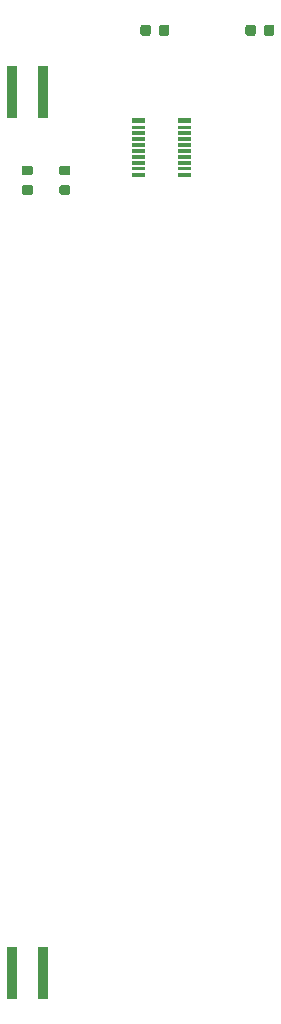
<source format=gbr>
G04 #@! TF.GenerationSoftware,KiCad,Pcbnew,(5.1.5)-3*
G04 #@! TF.CreationDate,2021-11-03T13:02:22+09:00*
G04 #@! TF.ProjectId,control_boad_2021-2,636f6e74-726f-46c5-9f62-6f61645f3230,rev?*
G04 #@! TF.SameCoordinates,Original*
G04 #@! TF.FileFunction,Paste,Top*
G04 #@! TF.FilePolarity,Positive*
%FSLAX46Y46*%
G04 Gerber Fmt 4.6, Leading zero omitted, Abs format (unit mm)*
G04 Created by KiCad (PCBNEW (5.1.5)-3) date 2021-11-03 13:02:22*
%MOMM*%
%LPD*%
G04 APERTURE LIST*
%ADD10R,0.900000X4.500000*%
%ADD11C,0.100000*%
G04 APERTURE END LIST*
D10*
X109250000Y-63050000D03*
X106650000Y-63050000D03*
D11*
G36*
X111419603Y-70910963D02*
G01*
X111439018Y-70913843D01*
X111458057Y-70918612D01*
X111476537Y-70925224D01*
X111494279Y-70933616D01*
X111511114Y-70943706D01*
X111526879Y-70955398D01*
X111541421Y-70968579D01*
X111554602Y-70983121D01*
X111566294Y-70998886D01*
X111576384Y-71015721D01*
X111584776Y-71033463D01*
X111591388Y-71051943D01*
X111596157Y-71070982D01*
X111599037Y-71090397D01*
X111600000Y-71110000D01*
X111600000Y-71510000D01*
X111599037Y-71529603D01*
X111596157Y-71549018D01*
X111591388Y-71568057D01*
X111584776Y-71586537D01*
X111576384Y-71604279D01*
X111566294Y-71621114D01*
X111554602Y-71636879D01*
X111541421Y-71651421D01*
X111526879Y-71664602D01*
X111511114Y-71676294D01*
X111494279Y-71686384D01*
X111476537Y-71694776D01*
X111458057Y-71701388D01*
X111439018Y-71706157D01*
X111419603Y-71709037D01*
X111400000Y-71710000D01*
X110850000Y-71710000D01*
X110830397Y-71709037D01*
X110810982Y-71706157D01*
X110791943Y-71701388D01*
X110773463Y-71694776D01*
X110755721Y-71686384D01*
X110738886Y-71676294D01*
X110723121Y-71664602D01*
X110708579Y-71651421D01*
X110695398Y-71636879D01*
X110683706Y-71621114D01*
X110673616Y-71604279D01*
X110665224Y-71586537D01*
X110658612Y-71568057D01*
X110653843Y-71549018D01*
X110650963Y-71529603D01*
X110650000Y-71510000D01*
X110650000Y-71110000D01*
X110650963Y-71090397D01*
X110653843Y-71070982D01*
X110658612Y-71051943D01*
X110665224Y-71033463D01*
X110673616Y-71015721D01*
X110683706Y-70998886D01*
X110695398Y-70983121D01*
X110708579Y-70968579D01*
X110723121Y-70955398D01*
X110738886Y-70943706D01*
X110755721Y-70933616D01*
X110773463Y-70925224D01*
X110791943Y-70918612D01*
X110810982Y-70913843D01*
X110830397Y-70910963D01*
X110850000Y-70910000D01*
X111400000Y-70910000D01*
X111419603Y-70910963D01*
G37*
G36*
X111419603Y-69260963D02*
G01*
X111439018Y-69263843D01*
X111458057Y-69268612D01*
X111476537Y-69275224D01*
X111494279Y-69283616D01*
X111511114Y-69293706D01*
X111526879Y-69305398D01*
X111541421Y-69318579D01*
X111554602Y-69333121D01*
X111566294Y-69348886D01*
X111576384Y-69365721D01*
X111584776Y-69383463D01*
X111591388Y-69401943D01*
X111596157Y-69420982D01*
X111599037Y-69440397D01*
X111600000Y-69460000D01*
X111600000Y-69860000D01*
X111599037Y-69879603D01*
X111596157Y-69899018D01*
X111591388Y-69918057D01*
X111584776Y-69936537D01*
X111576384Y-69954279D01*
X111566294Y-69971114D01*
X111554602Y-69986879D01*
X111541421Y-70001421D01*
X111526879Y-70014602D01*
X111511114Y-70026294D01*
X111494279Y-70036384D01*
X111476537Y-70044776D01*
X111458057Y-70051388D01*
X111439018Y-70056157D01*
X111419603Y-70059037D01*
X111400000Y-70060000D01*
X110850000Y-70060000D01*
X110830397Y-70059037D01*
X110810982Y-70056157D01*
X110791943Y-70051388D01*
X110773463Y-70044776D01*
X110755721Y-70036384D01*
X110738886Y-70026294D01*
X110723121Y-70014602D01*
X110708579Y-70001421D01*
X110695398Y-69986879D01*
X110683706Y-69971114D01*
X110673616Y-69954279D01*
X110665224Y-69936537D01*
X110658612Y-69918057D01*
X110653843Y-69899018D01*
X110650963Y-69879603D01*
X110650000Y-69860000D01*
X110650000Y-69460000D01*
X110650963Y-69440397D01*
X110653843Y-69420982D01*
X110658612Y-69401943D01*
X110665224Y-69383463D01*
X110673616Y-69365721D01*
X110683706Y-69348886D01*
X110695398Y-69333121D01*
X110708579Y-69318579D01*
X110723121Y-69305398D01*
X110738886Y-69293706D01*
X110755721Y-69283616D01*
X110773463Y-69275224D01*
X110791943Y-69268612D01*
X110810982Y-69263843D01*
X110830397Y-69260963D01*
X110850000Y-69260000D01*
X111400000Y-69260000D01*
X111419603Y-69260963D01*
G37*
G36*
X108244603Y-70910963D02*
G01*
X108264018Y-70913843D01*
X108283057Y-70918612D01*
X108301537Y-70925224D01*
X108319279Y-70933616D01*
X108336114Y-70943706D01*
X108351879Y-70955398D01*
X108366421Y-70968579D01*
X108379602Y-70983121D01*
X108391294Y-70998886D01*
X108401384Y-71015721D01*
X108409776Y-71033463D01*
X108416388Y-71051943D01*
X108421157Y-71070982D01*
X108424037Y-71090397D01*
X108425000Y-71110000D01*
X108425000Y-71510000D01*
X108424037Y-71529603D01*
X108421157Y-71549018D01*
X108416388Y-71568057D01*
X108409776Y-71586537D01*
X108401384Y-71604279D01*
X108391294Y-71621114D01*
X108379602Y-71636879D01*
X108366421Y-71651421D01*
X108351879Y-71664602D01*
X108336114Y-71676294D01*
X108319279Y-71686384D01*
X108301537Y-71694776D01*
X108283057Y-71701388D01*
X108264018Y-71706157D01*
X108244603Y-71709037D01*
X108225000Y-71710000D01*
X107675000Y-71710000D01*
X107655397Y-71709037D01*
X107635982Y-71706157D01*
X107616943Y-71701388D01*
X107598463Y-71694776D01*
X107580721Y-71686384D01*
X107563886Y-71676294D01*
X107548121Y-71664602D01*
X107533579Y-71651421D01*
X107520398Y-71636879D01*
X107508706Y-71621114D01*
X107498616Y-71604279D01*
X107490224Y-71586537D01*
X107483612Y-71568057D01*
X107478843Y-71549018D01*
X107475963Y-71529603D01*
X107475000Y-71510000D01*
X107475000Y-71110000D01*
X107475963Y-71090397D01*
X107478843Y-71070982D01*
X107483612Y-71051943D01*
X107490224Y-71033463D01*
X107498616Y-71015721D01*
X107508706Y-70998886D01*
X107520398Y-70983121D01*
X107533579Y-70968579D01*
X107548121Y-70955398D01*
X107563886Y-70943706D01*
X107580721Y-70933616D01*
X107598463Y-70925224D01*
X107616943Y-70918612D01*
X107635982Y-70913843D01*
X107655397Y-70910963D01*
X107675000Y-70910000D01*
X108225000Y-70910000D01*
X108244603Y-70910963D01*
G37*
G36*
X108244603Y-69260963D02*
G01*
X108264018Y-69263843D01*
X108283057Y-69268612D01*
X108301537Y-69275224D01*
X108319279Y-69283616D01*
X108336114Y-69293706D01*
X108351879Y-69305398D01*
X108366421Y-69318579D01*
X108379602Y-69333121D01*
X108391294Y-69348886D01*
X108401384Y-69365721D01*
X108409776Y-69383463D01*
X108416388Y-69401943D01*
X108421157Y-69420982D01*
X108424037Y-69440397D01*
X108425000Y-69460000D01*
X108425000Y-69860000D01*
X108424037Y-69879603D01*
X108421157Y-69899018D01*
X108416388Y-69918057D01*
X108409776Y-69936537D01*
X108401384Y-69954279D01*
X108391294Y-69971114D01*
X108379602Y-69986879D01*
X108366421Y-70001421D01*
X108351879Y-70014602D01*
X108336114Y-70026294D01*
X108319279Y-70036384D01*
X108301537Y-70044776D01*
X108283057Y-70051388D01*
X108264018Y-70056157D01*
X108244603Y-70059037D01*
X108225000Y-70060000D01*
X107675000Y-70060000D01*
X107655397Y-70059037D01*
X107635982Y-70056157D01*
X107616943Y-70051388D01*
X107598463Y-70044776D01*
X107580721Y-70036384D01*
X107563886Y-70026294D01*
X107548121Y-70014602D01*
X107533579Y-70001421D01*
X107520398Y-69986879D01*
X107508706Y-69971114D01*
X107498616Y-69954279D01*
X107490224Y-69936537D01*
X107483612Y-69918057D01*
X107478843Y-69899018D01*
X107475963Y-69879603D01*
X107475000Y-69860000D01*
X107475000Y-69460000D01*
X107475963Y-69440397D01*
X107478843Y-69420982D01*
X107483612Y-69401943D01*
X107490224Y-69383463D01*
X107498616Y-69365721D01*
X107508706Y-69348886D01*
X107520398Y-69333121D01*
X107533579Y-69318579D01*
X107548121Y-69305398D01*
X107563886Y-69293706D01*
X107580721Y-69283616D01*
X107598463Y-69275224D01*
X107616943Y-69268612D01*
X107635982Y-69263843D01*
X107655397Y-69260963D01*
X107675000Y-69260000D01*
X108225000Y-69260000D01*
X108244603Y-69260963D01*
G37*
G36*
X127087691Y-57311053D02*
G01*
X127108926Y-57314203D01*
X127129750Y-57319419D01*
X127149962Y-57326651D01*
X127169368Y-57335830D01*
X127187781Y-57346866D01*
X127205024Y-57359654D01*
X127220930Y-57374070D01*
X127235346Y-57389976D01*
X127248134Y-57407219D01*
X127259170Y-57425632D01*
X127268349Y-57445038D01*
X127275581Y-57465250D01*
X127280797Y-57486074D01*
X127283947Y-57507309D01*
X127285000Y-57528750D01*
X127285000Y-58041250D01*
X127283947Y-58062691D01*
X127280797Y-58083926D01*
X127275581Y-58104750D01*
X127268349Y-58124962D01*
X127259170Y-58144368D01*
X127248134Y-58162781D01*
X127235346Y-58180024D01*
X127220930Y-58195930D01*
X127205024Y-58210346D01*
X127187781Y-58223134D01*
X127169368Y-58234170D01*
X127149962Y-58243349D01*
X127129750Y-58250581D01*
X127108926Y-58255797D01*
X127087691Y-58258947D01*
X127066250Y-58260000D01*
X126628750Y-58260000D01*
X126607309Y-58258947D01*
X126586074Y-58255797D01*
X126565250Y-58250581D01*
X126545038Y-58243349D01*
X126525632Y-58234170D01*
X126507219Y-58223134D01*
X126489976Y-58210346D01*
X126474070Y-58195930D01*
X126459654Y-58180024D01*
X126446866Y-58162781D01*
X126435830Y-58144368D01*
X126426651Y-58124962D01*
X126419419Y-58104750D01*
X126414203Y-58083926D01*
X126411053Y-58062691D01*
X126410000Y-58041250D01*
X126410000Y-57528750D01*
X126411053Y-57507309D01*
X126414203Y-57486074D01*
X126419419Y-57465250D01*
X126426651Y-57445038D01*
X126435830Y-57425632D01*
X126446866Y-57407219D01*
X126459654Y-57389976D01*
X126474070Y-57374070D01*
X126489976Y-57359654D01*
X126507219Y-57346866D01*
X126525632Y-57335830D01*
X126545038Y-57326651D01*
X126565250Y-57319419D01*
X126586074Y-57314203D01*
X126607309Y-57311053D01*
X126628750Y-57310000D01*
X127066250Y-57310000D01*
X127087691Y-57311053D01*
G37*
G36*
X128662691Y-57311053D02*
G01*
X128683926Y-57314203D01*
X128704750Y-57319419D01*
X128724962Y-57326651D01*
X128744368Y-57335830D01*
X128762781Y-57346866D01*
X128780024Y-57359654D01*
X128795930Y-57374070D01*
X128810346Y-57389976D01*
X128823134Y-57407219D01*
X128834170Y-57425632D01*
X128843349Y-57445038D01*
X128850581Y-57465250D01*
X128855797Y-57486074D01*
X128858947Y-57507309D01*
X128860000Y-57528750D01*
X128860000Y-58041250D01*
X128858947Y-58062691D01*
X128855797Y-58083926D01*
X128850581Y-58104750D01*
X128843349Y-58124962D01*
X128834170Y-58144368D01*
X128823134Y-58162781D01*
X128810346Y-58180024D01*
X128795930Y-58195930D01*
X128780024Y-58210346D01*
X128762781Y-58223134D01*
X128744368Y-58234170D01*
X128724962Y-58243349D01*
X128704750Y-58250581D01*
X128683926Y-58255797D01*
X128662691Y-58258947D01*
X128641250Y-58260000D01*
X128203750Y-58260000D01*
X128182309Y-58258947D01*
X128161074Y-58255797D01*
X128140250Y-58250581D01*
X128120038Y-58243349D01*
X128100632Y-58234170D01*
X128082219Y-58223134D01*
X128064976Y-58210346D01*
X128049070Y-58195930D01*
X128034654Y-58180024D01*
X128021866Y-58162781D01*
X128010830Y-58144368D01*
X128001651Y-58124962D01*
X127994419Y-58104750D01*
X127989203Y-58083926D01*
X127986053Y-58062691D01*
X127985000Y-58041250D01*
X127985000Y-57528750D01*
X127986053Y-57507309D01*
X127989203Y-57486074D01*
X127994419Y-57465250D01*
X128001651Y-57445038D01*
X128010830Y-57425632D01*
X128021866Y-57407219D01*
X128034654Y-57389976D01*
X128049070Y-57374070D01*
X128064976Y-57359654D01*
X128082219Y-57346866D01*
X128100632Y-57335830D01*
X128120038Y-57326651D01*
X128140250Y-57319419D01*
X128161074Y-57314203D01*
X128182309Y-57311053D01*
X128203750Y-57310000D01*
X128641250Y-57310000D01*
X128662691Y-57311053D01*
G37*
G36*
X118197691Y-57311053D02*
G01*
X118218926Y-57314203D01*
X118239750Y-57319419D01*
X118259962Y-57326651D01*
X118279368Y-57335830D01*
X118297781Y-57346866D01*
X118315024Y-57359654D01*
X118330930Y-57374070D01*
X118345346Y-57389976D01*
X118358134Y-57407219D01*
X118369170Y-57425632D01*
X118378349Y-57445038D01*
X118385581Y-57465250D01*
X118390797Y-57486074D01*
X118393947Y-57507309D01*
X118395000Y-57528750D01*
X118395000Y-58041250D01*
X118393947Y-58062691D01*
X118390797Y-58083926D01*
X118385581Y-58104750D01*
X118378349Y-58124962D01*
X118369170Y-58144368D01*
X118358134Y-58162781D01*
X118345346Y-58180024D01*
X118330930Y-58195930D01*
X118315024Y-58210346D01*
X118297781Y-58223134D01*
X118279368Y-58234170D01*
X118259962Y-58243349D01*
X118239750Y-58250581D01*
X118218926Y-58255797D01*
X118197691Y-58258947D01*
X118176250Y-58260000D01*
X117738750Y-58260000D01*
X117717309Y-58258947D01*
X117696074Y-58255797D01*
X117675250Y-58250581D01*
X117655038Y-58243349D01*
X117635632Y-58234170D01*
X117617219Y-58223134D01*
X117599976Y-58210346D01*
X117584070Y-58195930D01*
X117569654Y-58180024D01*
X117556866Y-58162781D01*
X117545830Y-58144368D01*
X117536651Y-58124962D01*
X117529419Y-58104750D01*
X117524203Y-58083926D01*
X117521053Y-58062691D01*
X117520000Y-58041250D01*
X117520000Y-57528750D01*
X117521053Y-57507309D01*
X117524203Y-57486074D01*
X117529419Y-57465250D01*
X117536651Y-57445038D01*
X117545830Y-57425632D01*
X117556866Y-57407219D01*
X117569654Y-57389976D01*
X117584070Y-57374070D01*
X117599976Y-57359654D01*
X117617219Y-57346866D01*
X117635632Y-57335830D01*
X117655038Y-57326651D01*
X117675250Y-57319419D01*
X117696074Y-57314203D01*
X117717309Y-57311053D01*
X117738750Y-57310000D01*
X118176250Y-57310000D01*
X118197691Y-57311053D01*
G37*
G36*
X119772691Y-57311053D02*
G01*
X119793926Y-57314203D01*
X119814750Y-57319419D01*
X119834962Y-57326651D01*
X119854368Y-57335830D01*
X119872781Y-57346866D01*
X119890024Y-57359654D01*
X119905930Y-57374070D01*
X119920346Y-57389976D01*
X119933134Y-57407219D01*
X119944170Y-57425632D01*
X119953349Y-57445038D01*
X119960581Y-57465250D01*
X119965797Y-57486074D01*
X119968947Y-57507309D01*
X119970000Y-57528750D01*
X119970000Y-58041250D01*
X119968947Y-58062691D01*
X119965797Y-58083926D01*
X119960581Y-58104750D01*
X119953349Y-58124962D01*
X119944170Y-58144368D01*
X119933134Y-58162781D01*
X119920346Y-58180024D01*
X119905930Y-58195930D01*
X119890024Y-58210346D01*
X119872781Y-58223134D01*
X119854368Y-58234170D01*
X119834962Y-58243349D01*
X119814750Y-58250581D01*
X119793926Y-58255797D01*
X119772691Y-58258947D01*
X119751250Y-58260000D01*
X119313750Y-58260000D01*
X119292309Y-58258947D01*
X119271074Y-58255797D01*
X119250250Y-58250581D01*
X119230038Y-58243349D01*
X119210632Y-58234170D01*
X119192219Y-58223134D01*
X119174976Y-58210346D01*
X119159070Y-58195930D01*
X119144654Y-58180024D01*
X119131866Y-58162781D01*
X119120830Y-58144368D01*
X119111651Y-58124962D01*
X119104419Y-58104750D01*
X119099203Y-58083926D01*
X119096053Y-58062691D01*
X119095000Y-58041250D01*
X119095000Y-57528750D01*
X119096053Y-57507309D01*
X119099203Y-57486074D01*
X119104419Y-57465250D01*
X119111651Y-57445038D01*
X119120830Y-57425632D01*
X119131866Y-57407219D01*
X119144654Y-57389976D01*
X119159070Y-57374070D01*
X119174976Y-57359654D01*
X119192219Y-57346866D01*
X119210632Y-57335830D01*
X119230038Y-57326651D01*
X119250250Y-57319419D01*
X119271074Y-57314203D01*
X119292309Y-57311053D01*
X119313750Y-57310000D01*
X119751250Y-57310000D01*
X119772691Y-57311053D01*
G37*
G36*
X117900980Y-69855048D02*
G01*
X117901951Y-69855192D01*
X117902903Y-69855431D01*
X117903827Y-69855761D01*
X117904714Y-69856181D01*
X117905556Y-69856685D01*
X117906344Y-69857270D01*
X117907071Y-69857929D01*
X117907730Y-69858656D01*
X117908315Y-69859444D01*
X117908819Y-69860286D01*
X117909239Y-69861173D01*
X117909569Y-69862097D01*
X117909808Y-69863049D01*
X117909952Y-69864020D01*
X117910000Y-69865000D01*
X117910000Y-70245000D01*
X117909952Y-70245980D01*
X117909808Y-70246951D01*
X117909569Y-70247903D01*
X117909239Y-70248827D01*
X117908819Y-70249714D01*
X117908315Y-70250556D01*
X117907730Y-70251344D01*
X117907071Y-70252071D01*
X117906344Y-70252730D01*
X117905556Y-70253315D01*
X117904714Y-70253819D01*
X117903827Y-70254239D01*
X117902903Y-70254569D01*
X117901951Y-70254808D01*
X117900980Y-70254952D01*
X117900000Y-70255000D01*
X116820000Y-70255000D01*
X116819020Y-70254952D01*
X116818049Y-70254808D01*
X116817097Y-70254569D01*
X116816173Y-70254239D01*
X116815286Y-70253819D01*
X116814444Y-70253315D01*
X116813656Y-70252730D01*
X116812929Y-70252071D01*
X116812270Y-70251344D01*
X116811685Y-70250556D01*
X116811181Y-70249714D01*
X116810761Y-70248827D01*
X116810431Y-70247903D01*
X116810192Y-70246951D01*
X116810048Y-70245980D01*
X116810000Y-70245000D01*
X116810000Y-69865000D01*
X116810048Y-69864020D01*
X116810192Y-69863049D01*
X116810431Y-69862097D01*
X116810761Y-69861173D01*
X116811181Y-69860286D01*
X116811685Y-69859444D01*
X116812270Y-69858656D01*
X116812929Y-69857929D01*
X116813656Y-69857270D01*
X116814444Y-69856685D01*
X116815286Y-69856181D01*
X116816173Y-69855761D01*
X116817097Y-69855431D01*
X116818049Y-69855192D01*
X116819020Y-69855048D01*
X116820000Y-69855000D01*
X117900000Y-69855000D01*
X117900980Y-69855048D01*
G37*
G36*
X117903235Y-69355036D02*
G01*
X117903963Y-69355144D01*
X117904677Y-69355323D01*
X117905370Y-69355571D01*
X117906035Y-69355886D01*
X117906667Y-69356264D01*
X117907258Y-69356702D01*
X117907803Y-69357197D01*
X117908298Y-69357742D01*
X117908736Y-69358333D01*
X117909114Y-69358965D01*
X117909429Y-69359630D01*
X117909677Y-69360323D01*
X117909856Y-69361037D01*
X117909964Y-69361765D01*
X117910000Y-69362500D01*
X117910000Y-69647500D01*
X117909964Y-69648235D01*
X117909856Y-69648963D01*
X117909677Y-69649677D01*
X117909429Y-69650370D01*
X117909114Y-69651035D01*
X117908736Y-69651667D01*
X117908298Y-69652258D01*
X117907803Y-69652803D01*
X117907258Y-69653298D01*
X117906667Y-69653736D01*
X117906035Y-69654114D01*
X117905370Y-69654429D01*
X117904677Y-69654677D01*
X117903963Y-69654856D01*
X117903235Y-69654964D01*
X117902500Y-69655000D01*
X116817500Y-69655000D01*
X116816765Y-69654964D01*
X116816037Y-69654856D01*
X116815323Y-69654677D01*
X116814630Y-69654429D01*
X116813965Y-69654114D01*
X116813333Y-69653736D01*
X116812742Y-69653298D01*
X116812197Y-69652803D01*
X116811702Y-69652258D01*
X116811264Y-69651667D01*
X116810886Y-69651035D01*
X116810571Y-69650370D01*
X116810323Y-69649677D01*
X116810144Y-69648963D01*
X116810036Y-69648235D01*
X116810000Y-69647500D01*
X116810000Y-69362500D01*
X116810036Y-69361765D01*
X116810144Y-69361037D01*
X116810323Y-69360323D01*
X116810571Y-69359630D01*
X116810886Y-69358965D01*
X116811264Y-69358333D01*
X116811702Y-69357742D01*
X116812197Y-69357197D01*
X116812742Y-69356702D01*
X116813333Y-69356264D01*
X116813965Y-69355886D01*
X116814630Y-69355571D01*
X116815323Y-69355323D01*
X116816037Y-69355144D01*
X116816765Y-69355036D01*
X116817500Y-69355000D01*
X117902500Y-69355000D01*
X117903235Y-69355036D01*
G37*
G36*
X117903235Y-68855036D02*
G01*
X117903963Y-68855144D01*
X117904677Y-68855323D01*
X117905370Y-68855571D01*
X117906035Y-68855886D01*
X117906667Y-68856264D01*
X117907258Y-68856702D01*
X117907803Y-68857197D01*
X117908298Y-68857742D01*
X117908736Y-68858333D01*
X117909114Y-68858965D01*
X117909429Y-68859630D01*
X117909677Y-68860323D01*
X117909856Y-68861037D01*
X117909964Y-68861765D01*
X117910000Y-68862500D01*
X117910000Y-69147500D01*
X117909964Y-69148235D01*
X117909856Y-69148963D01*
X117909677Y-69149677D01*
X117909429Y-69150370D01*
X117909114Y-69151035D01*
X117908736Y-69151667D01*
X117908298Y-69152258D01*
X117907803Y-69152803D01*
X117907258Y-69153298D01*
X117906667Y-69153736D01*
X117906035Y-69154114D01*
X117905370Y-69154429D01*
X117904677Y-69154677D01*
X117903963Y-69154856D01*
X117903235Y-69154964D01*
X117902500Y-69155000D01*
X116817500Y-69155000D01*
X116816765Y-69154964D01*
X116816037Y-69154856D01*
X116815323Y-69154677D01*
X116814630Y-69154429D01*
X116813965Y-69154114D01*
X116813333Y-69153736D01*
X116812742Y-69153298D01*
X116812197Y-69152803D01*
X116811702Y-69152258D01*
X116811264Y-69151667D01*
X116810886Y-69151035D01*
X116810571Y-69150370D01*
X116810323Y-69149677D01*
X116810144Y-69148963D01*
X116810036Y-69148235D01*
X116810000Y-69147500D01*
X116810000Y-68862500D01*
X116810036Y-68861765D01*
X116810144Y-68861037D01*
X116810323Y-68860323D01*
X116810571Y-68859630D01*
X116810886Y-68858965D01*
X116811264Y-68858333D01*
X116811702Y-68857742D01*
X116812197Y-68857197D01*
X116812742Y-68856702D01*
X116813333Y-68856264D01*
X116813965Y-68855886D01*
X116814630Y-68855571D01*
X116815323Y-68855323D01*
X116816037Y-68855144D01*
X116816765Y-68855036D01*
X116817500Y-68855000D01*
X117902500Y-68855000D01*
X117903235Y-68855036D01*
G37*
G36*
X117903235Y-68355036D02*
G01*
X117903963Y-68355144D01*
X117904677Y-68355323D01*
X117905370Y-68355571D01*
X117906035Y-68355886D01*
X117906667Y-68356264D01*
X117907258Y-68356702D01*
X117907803Y-68357197D01*
X117908298Y-68357742D01*
X117908736Y-68358333D01*
X117909114Y-68358965D01*
X117909429Y-68359630D01*
X117909677Y-68360323D01*
X117909856Y-68361037D01*
X117909964Y-68361765D01*
X117910000Y-68362500D01*
X117910000Y-68647500D01*
X117909964Y-68648235D01*
X117909856Y-68648963D01*
X117909677Y-68649677D01*
X117909429Y-68650370D01*
X117909114Y-68651035D01*
X117908736Y-68651667D01*
X117908298Y-68652258D01*
X117907803Y-68652803D01*
X117907258Y-68653298D01*
X117906667Y-68653736D01*
X117906035Y-68654114D01*
X117905370Y-68654429D01*
X117904677Y-68654677D01*
X117903963Y-68654856D01*
X117903235Y-68654964D01*
X117902500Y-68655000D01*
X116817500Y-68655000D01*
X116816765Y-68654964D01*
X116816037Y-68654856D01*
X116815323Y-68654677D01*
X116814630Y-68654429D01*
X116813965Y-68654114D01*
X116813333Y-68653736D01*
X116812742Y-68653298D01*
X116812197Y-68652803D01*
X116811702Y-68652258D01*
X116811264Y-68651667D01*
X116810886Y-68651035D01*
X116810571Y-68650370D01*
X116810323Y-68649677D01*
X116810144Y-68648963D01*
X116810036Y-68648235D01*
X116810000Y-68647500D01*
X116810000Y-68362500D01*
X116810036Y-68361765D01*
X116810144Y-68361037D01*
X116810323Y-68360323D01*
X116810571Y-68359630D01*
X116810886Y-68358965D01*
X116811264Y-68358333D01*
X116811702Y-68357742D01*
X116812197Y-68357197D01*
X116812742Y-68356702D01*
X116813333Y-68356264D01*
X116813965Y-68355886D01*
X116814630Y-68355571D01*
X116815323Y-68355323D01*
X116816037Y-68355144D01*
X116816765Y-68355036D01*
X116817500Y-68355000D01*
X117902500Y-68355000D01*
X117903235Y-68355036D01*
G37*
G36*
X117903235Y-67855036D02*
G01*
X117903963Y-67855144D01*
X117904677Y-67855323D01*
X117905370Y-67855571D01*
X117906035Y-67855886D01*
X117906667Y-67856264D01*
X117907258Y-67856702D01*
X117907803Y-67857197D01*
X117908298Y-67857742D01*
X117908736Y-67858333D01*
X117909114Y-67858965D01*
X117909429Y-67859630D01*
X117909677Y-67860323D01*
X117909856Y-67861037D01*
X117909964Y-67861765D01*
X117910000Y-67862500D01*
X117910000Y-68147500D01*
X117909964Y-68148235D01*
X117909856Y-68148963D01*
X117909677Y-68149677D01*
X117909429Y-68150370D01*
X117909114Y-68151035D01*
X117908736Y-68151667D01*
X117908298Y-68152258D01*
X117907803Y-68152803D01*
X117907258Y-68153298D01*
X117906667Y-68153736D01*
X117906035Y-68154114D01*
X117905370Y-68154429D01*
X117904677Y-68154677D01*
X117903963Y-68154856D01*
X117903235Y-68154964D01*
X117902500Y-68155000D01*
X116817500Y-68155000D01*
X116816765Y-68154964D01*
X116816037Y-68154856D01*
X116815323Y-68154677D01*
X116814630Y-68154429D01*
X116813965Y-68154114D01*
X116813333Y-68153736D01*
X116812742Y-68153298D01*
X116812197Y-68152803D01*
X116811702Y-68152258D01*
X116811264Y-68151667D01*
X116810886Y-68151035D01*
X116810571Y-68150370D01*
X116810323Y-68149677D01*
X116810144Y-68148963D01*
X116810036Y-68148235D01*
X116810000Y-68147500D01*
X116810000Y-67862500D01*
X116810036Y-67861765D01*
X116810144Y-67861037D01*
X116810323Y-67860323D01*
X116810571Y-67859630D01*
X116810886Y-67858965D01*
X116811264Y-67858333D01*
X116811702Y-67857742D01*
X116812197Y-67857197D01*
X116812742Y-67856702D01*
X116813333Y-67856264D01*
X116813965Y-67855886D01*
X116814630Y-67855571D01*
X116815323Y-67855323D01*
X116816037Y-67855144D01*
X116816765Y-67855036D01*
X116817500Y-67855000D01*
X117902500Y-67855000D01*
X117903235Y-67855036D01*
G37*
G36*
X117903235Y-65855036D02*
G01*
X117903963Y-65855144D01*
X117904677Y-65855323D01*
X117905370Y-65855571D01*
X117906035Y-65855886D01*
X117906667Y-65856264D01*
X117907258Y-65856702D01*
X117907803Y-65857197D01*
X117908298Y-65857742D01*
X117908736Y-65858333D01*
X117909114Y-65858965D01*
X117909429Y-65859630D01*
X117909677Y-65860323D01*
X117909856Y-65861037D01*
X117909964Y-65861765D01*
X117910000Y-65862500D01*
X117910000Y-66147500D01*
X117909964Y-66148235D01*
X117909856Y-66148963D01*
X117909677Y-66149677D01*
X117909429Y-66150370D01*
X117909114Y-66151035D01*
X117908736Y-66151667D01*
X117908298Y-66152258D01*
X117907803Y-66152803D01*
X117907258Y-66153298D01*
X117906667Y-66153736D01*
X117906035Y-66154114D01*
X117905370Y-66154429D01*
X117904677Y-66154677D01*
X117903963Y-66154856D01*
X117903235Y-66154964D01*
X117902500Y-66155000D01*
X116817500Y-66155000D01*
X116816765Y-66154964D01*
X116816037Y-66154856D01*
X116815323Y-66154677D01*
X116814630Y-66154429D01*
X116813965Y-66154114D01*
X116813333Y-66153736D01*
X116812742Y-66153298D01*
X116812197Y-66152803D01*
X116811702Y-66152258D01*
X116811264Y-66151667D01*
X116810886Y-66151035D01*
X116810571Y-66150370D01*
X116810323Y-66149677D01*
X116810144Y-66148963D01*
X116810036Y-66148235D01*
X116810000Y-66147500D01*
X116810000Y-65862500D01*
X116810036Y-65861765D01*
X116810144Y-65861037D01*
X116810323Y-65860323D01*
X116810571Y-65859630D01*
X116810886Y-65858965D01*
X116811264Y-65858333D01*
X116811702Y-65857742D01*
X116812197Y-65857197D01*
X116812742Y-65856702D01*
X116813333Y-65856264D01*
X116813965Y-65855886D01*
X116814630Y-65855571D01*
X116815323Y-65855323D01*
X116816037Y-65855144D01*
X116816765Y-65855036D01*
X116817500Y-65855000D01*
X117902500Y-65855000D01*
X117903235Y-65855036D01*
G37*
G36*
X117903235Y-66355036D02*
G01*
X117903963Y-66355144D01*
X117904677Y-66355323D01*
X117905370Y-66355571D01*
X117906035Y-66355886D01*
X117906667Y-66356264D01*
X117907258Y-66356702D01*
X117907803Y-66357197D01*
X117908298Y-66357742D01*
X117908736Y-66358333D01*
X117909114Y-66358965D01*
X117909429Y-66359630D01*
X117909677Y-66360323D01*
X117909856Y-66361037D01*
X117909964Y-66361765D01*
X117910000Y-66362500D01*
X117910000Y-66647500D01*
X117909964Y-66648235D01*
X117909856Y-66648963D01*
X117909677Y-66649677D01*
X117909429Y-66650370D01*
X117909114Y-66651035D01*
X117908736Y-66651667D01*
X117908298Y-66652258D01*
X117907803Y-66652803D01*
X117907258Y-66653298D01*
X117906667Y-66653736D01*
X117906035Y-66654114D01*
X117905370Y-66654429D01*
X117904677Y-66654677D01*
X117903963Y-66654856D01*
X117903235Y-66654964D01*
X117902500Y-66655000D01*
X116817500Y-66655000D01*
X116816765Y-66654964D01*
X116816037Y-66654856D01*
X116815323Y-66654677D01*
X116814630Y-66654429D01*
X116813965Y-66654114D01*
X116813333Y-66653736D01*
X116812742Y-66653298D01*
X116812197Y-66652803D01*
X116811702Y-66652258D01*
X116811264Y-66651667D01*
X116810886Y-66651035D01*
X116810571Y-66650370D01*
X116810323Y-66649677D01*
X116810144Y-66648963D01*
X116810036Y-66648235D01*
X116810000Y-66647500D01*
X116810000Y-66362500D01*
X116810036Y-66361765D01*
X116810144Y-66361037D01*
X116810323Y-66360323D01*
X116810571Y-66359630D01*
X116810886Y-66358965D01*
X116811264Y-66358333D01*
X116811702Y-66357742D01*
X116812197Y-66357197D01*
X116812742Y-66356702D01*
X116813333Y-66356264D01*
X116813965Y-66355886D01*
X116814630Y-66355571D01*
X116815323Y-66355323D01*
X116816037Y-66355144D01*
X116816765Y-66355036D01*
X116817500Y-66355000D01*
X117902500Y-66355000D01*
X117903235Y-66355036D01*
G37*
G36*
X121803235Y-69355036D02*
G01*
X121803963Y-69355144D01*
X121804677Y-69355323D01*
X121805370Y-69355571D01*
X121806035Y-69355886D01*
X121806667Y-69356264D01*
X121807258Y-69356702D01*
X121807803Y-69357197D01*
X121808298Y-69357742D01*
X121808736Y-69358333D01*
X121809114Y-69358965D01*
X121809429Y-69359630D01*
X121809677Y-69360323D01*
X121809856Y-69361037D01*
X121809964Y-69361765D01*
X121810000Y-69362500D01*
X121810000Y-69647500D01*
X121809964Y-69648235D01*
X121809856Y-69648963D01*
X121809677Y-69649677D01*
X121809429Y-69650370D01*
X121809114Y-69651035D01*
X121808736Y-69651667D01*
X121808298Y-69652258D01*
X121807803Y-69652803D01*
X121807258Y-69653298D01*
X121806667Y-69653736D01*
X121806035Y-69654114D01*
X121805370Y-69654429D01*
X121804677Y-69654677D01*
X121803963Y-69654856D01*
X121803235Y-69654964D01*
X121802500Y-69655000D01*
X120717500Y-69655000D01*
X120716765Y-69654964D01*
X120716037Y-69654856D01*
X120715323Y-69654677D01*
X120714630Y-69654429D01*
X120713965Y-69654114D01*
X120713333Y-69653736D01*
X120712742Y-69653298D01*
X120712197Y-69652803D01*
X120711702Y-69652258D01*
X120711264Y-69651667D01*
X120710886Y-69651035D01*
X120710571Y-69650370D01*
X120710323Y-69649677D01*
X120710144Y-69648963D01*
X120710036Y-69648235D01*
X120710000Y-69647500D01*
X120710000Y-69362500D01*
X120710036Y-69361765D01*
X120710144Y-69361037D01*
X120710323Y-69360323D01*
X120710571Y-69359630D01*
X120710886Y-69358965D01*
X120711264Y-69358333D01*
X120711702Y-69357742D01*
X120712197Y-69357197D01*
X120712742Y-69356702D01*
X120713333Y-69356264D01*
X120713965Y-69355886D01*
X120714630Y-69355571D01*
X120715323Y-69355323D01*
X120716037Y-69355144D01*
X120716765Y-69355036D01*
X120717500Y-69355000D01*
X121802500Y-69355000D01*
X121803235Y-69355036D01*
G37*
G36*
X121803235Y-66355036D02*
G01*
X121803963Y-66355144D01*
X121804677Y-66355323D01*
X121805370Y-66355571D01*
X121806035Y-66355886D01*
X121806667Y-66356264D01*
X121807258Y-66356702D01*
X121807803Y-66357197D01*
X121808298Y-66357742D01*
X121808736Y-66358333D01*
X121809114Y-66358965D01*
X121809429Y-66359630D01*
X121809677Y-66360323D01*
X121809856Y-66361037D01*
X121809964Y-66361765D01*
X121810000Y-66362500D01*
X121810000Y-66647500D01*
X121809964Y-66648235D01*
X121809856Y-66648963D01*
X121809677Y-66649677D01*
X121809429Y-66650370D01*
X121809114Y-66651035D01*
X121808736Y-66651667D01*
X121808298Y-66652258D01*
X121807803Y-66652803D01*
X121807258Y-66653298D01*
X121806667Y-66653736D01*
X121806035Y-66654114D01*
X121805370Y-66654429D01*
X121804677Y-66654677D01*
X121803963Y-66654856D01*
X121803235Y-66654964D01*
X121802500Y-66655000D01*
X120717500Y-66655000D01*
X120716765Y-66654964D01*
X120716037Y-66654856D01*
X120715323Y-66654677D01*
X120714630Y-66654429D01*
X120713965Y-66654114D01*
X120713333Y-66653736D01*
X120712742Y-66653298D01*
X120712197Y-66652803D01*
X120711702Y-66652258D01*
X120711264Y-66651667D01*
X120710886Y-66651035D01*
X120710571Y-66650370D01*
X120710323Y-66649677D01*
X120710144Y-66648963D01*
X120710036Y-66648235D01*
X120710000Y-66647500D01*
X120710000Y-66362500D01*
X120710036Y-66361765D01*
X120710144Y-66361037D01*
X120710323Y-66360323D01*
X120710571Y-66359630D01*
X120710886Y-66358965D01*
X120711264Y-66358333D01*
X120711702Y-66357742D01*
X120712197Y-66357197D01*
X120712742Y-66356702D01*
X120713333Y-66356264D01*
X120713965Y-66355886D01*
X120714630Y-66355571D01*
X120715323Y-66355323D01*
X120716037Y-66355144D01*
X120716765Y-66355036D01*
X120717500Y-66355000D01*
X121802500Y-66355000D01*
X121803235Y-66355036D01*
G37*
G36*
X121803235Y-67355036D02*
G01*
X121803963Y-67355144D01*
X121804677Y-67355323D01*
X121805370Y-67355571D01*
X121806035Y-67355886D01*
X121806667Y-67356264D01*
X121807258Y-67356702D01*
X121807803Y-67357197D01*
X121808298Y-67357742D01*
X121808736Y-67358333D01*
X121809114Y-67358965D01*
X121809429Y-67359630D01*
X121809677Y-67360323D01*
X121809856Y-67361037D01*
X121809964Y-67361765D01*
X121810000Y-67362500D01*
X121810000Y-67647500D01*
X121809964Y-67648235D01*
X121809856Y-67648963D01*
X121809677Y-67649677D01*
X121809429Y-67650370D01*
X121809114Y-67651035D01*
X121808736Y-67651667D01*
X121808298Y-67652258D01*
X121807803Y-67652803D01*
X121807258Y-67653298D01*
X121806667Y-67653736D01*
X121806035Y-67654114D01*
X121805370Y-67654429D01*
X121804677Y-67654677D01*
X121803963Y-67654856D01*
X121803235Y-67654964D01*
X121802500Y-67655000D01*
X120717500Y-67655000D01*
X120716765Y-67654964D01*
X120716037Y-67654856D01*
X120715323Y-67654677D01*
X120714630Y-67654429D01*
X120713965Y-67654114D01*
X120713333Y-67653736D01*
X120712742Y-67653298D01*
X120712197Y-67652803D01*
X120711702Y-67652258D01*
X120711264Y-67651667D01*
X120710886Y-67651035D01*
X120710571Y-67650370D01*
X120710323Y-67649677D01*
X120710144Y-67648963D01*
X120710036Y-67648235D01*
X120710000Y-67647500D01*
X120710000Y-67362500D01*
X120710036Y-67361765D01*
X120710144Y-67361037D01*
X120710323Y-67360323D01*
X120710571Y-67359630D01*
X120710886Y-67358965D01*
X120711264Y-67358333D01*
X120711702Y-67357742D01*
X120712197Y-67357197D01*
X120712742Y-67356702D01*
X120713333Y-67356264D01*
X120713965Y-67355886D01*
X120714630Y-67355571D01*
X120715323Y-67355323D01*
X120716037Y-67355144D01*
X120716765Y-67355036D01*
X120717500Y-67355000D01*
X121802500Y-67355000D01*
X121803235Y-67355036D01*
G37*
G36*
X121803235Y-68355036D02*
G01*
X121803963Y-68355144D01*
X121804677Y-68355323D01*
X121805370Y-68355571D01*
X121806035Y-68355886D01*
X121806667Y-68356264D01*
X121807258Y-68356702D01*
X121807803Y-68357197D01*
X121808298Y-68357742D01*
X121808736Y-68358333D01*
X121809114Y-68358965D01*
X121809429Y-68359630D01*
X121809677Y-68360323D01*
X121809856Y-68361037D01*
X121809964Y-68361765D01*
X121810000Y-68362500D01*
X121810000Y-68647500D01*
X121809964Y-68648235D01*
X121809856Y-68648963D01*
X121809677Y-68649677D01*
X121809429Y-68650370D01*
X121809114Y-68651035D01*
X121808736Y-68651667D01*
X121808298Y-68652258D01*
X121807803Y-68652803D01*
X121807258Y-68653298D01*
X121806667Y-68653736D01*
X121806035Y-68654114D01*
X121805370Y-68654429D01*
X121804677Y-68654677D01*
X121803963Y-68654856D01*
X121803235Y-68654964D01*
X121802500Y-68655000D01*
X120717500Y-68655000D01*
X120716765Y-68654964D01*
X120716037Y-68654856D01*
X120715323Y-68654677D01*
X120714630Y-68654429D01*
X120713965Y-68654114D01*
X120713333Y-68653736D01*
X120712742Y-68653298D01*
X120712197Y-68652803D01*
X120711702Y-68652258D01*
X120711264Y-68651667D01*
X120710886Y-68651035D01*
X120710571Y-68650370D01*
X120710323Y-68649677D01*
X120710144Y-68648963D01*
X120710036Y-68648235D01*
X120710000Y-68647500D01*
X120710000Y-68362500D01*
X120710036Y-68361765D01*
X120710144Y-68361037D01*
X120710323Y-68360323D01*
X120710571Y-68359630D01*
X120710886Y-68358965D01*
X120711264Y-68358333D01*
X120711702Y-68357742D01*
X120712197Y-68357197D01*
X120712742Y-68356702D01*
X120713333Y-68356264D01*
X120713965Y-68355886D01*
X120714630Y-68355571D01*
X120715323Y-68355323D01*
X120716037Y-68355144D01*
X120716765Y-68355036D01*
X120717500Y-68355000D01*
X121802500Y-68355000D01*
X121803235Y-68355036D01*
G37*
G36*
X117903235Y-67355036D02*
G01*
X117903963Y-67355144D01*
X117904677Y-67355323D01*
X117905370Y-67355571D01*
X117906035Y-67355886D01*
X117906667Y-67356264D01*
X117907258Y-67356702D01*
X117907803Y-67357197D01*
X117908298Y-67357742D01*
X117908736Y-67358333D01*
X117909114Y-67358965D01*
X117909429Y-67359630D01*
X117909677Y-67360323D01*
X117909856Y-67361037D01*
X117909964Y-67361765D01*
X117910000Y-67362500D01*
X117910000Y-67647500D01*
X117909964Y-67648235D01*
X117909856Y-67648963D01*
X117909677Y-67649677D01*
X117909429Y-67650370D01*
X117909114Y-67651035D01*
X117908736Y-67651667D01*
X117908298Y-67652258D01*
X117907803Y-67652803D01*
X117907258Y-67653298D01*
X117906667Y-67653736D01*
X117906035Y-67654114D01*
X117905370Y-67654429D01*
X117904677Y-67654677D01*
X117903963Y-67654856D01*
X117903235Y-67654964D01*
X117902500Y-67655000D01*
X116817500Y-67655000D01*
X116816765Y-67654964D01*
X116816037Y-67654856D01*
X116815323Y-67654677D01*
X116814630Y-67654429D01*
X116813965Y-67654114D01*
X116813333Y-67653736D01*
X116812742Y-67653298D01*
X116812197Y-67652803D01*
X116811702Y-67652258D01*
X116811264Y-67651667D01*
X116810886Y-67651035D01*
X116810571Y-67650370D01*
X116810323Y-67649677D01*
X116810144Y-67648963D01*
X116810036Y-67648235D01*
X116810000Y-67647500D01*
X116810000Y-67362500D01*
X116810036Y-67361765D01*
X116810144Y-67361037D01*
X116810323Y-67360323D01*
X116810571Y-67359630D01*
X116810886Y-67358965D01*
X116811264Y-67358333D01*
X116811702Y-67357742D01*
X116812197Y-67357197D01*
X116812742Y-67356702D01*
X116813333Y-67356264D01*
X116813965Y-67355886D01*
X116814630Y-67355571D01*
X116815323Y-67355323D01*
X116816037Y-67355144D01*
X116816765Y-67355036D01*
X116817500Y-67355000D01*
X117902500Y-67355000D01*
X117903235Y-67355036D01*
G37*
G36*
X117900980Y-65255048D02*
G01*
X117901951Y-65255192D01*
X117902903Y-65255431D01*
X117903827Y-65255761D01*
X117904714Y-65256181D01*
X117905556Y-65256685D01*
X117906344Y-65257270D01*
X117907071Y-65257929D01*
X117907730Y-65258656D01*
X117908315Y-65259444D01*
X117908819Y-65260286D01*
X117909239Y-65261173D01*
X117909569Y-65262097D01*
X117909808Y-65263049D01*
X117909952Y-65264020D01*
X117910000Y-65265000D01*
X117910000Y-65645000D01*
X117909952Y-65645980D01*
X117909808Y-65646951D01*
X117909569Y-65647903D01*
X117909239Y-65648827D01*
X117908819Y-65649714D01*
X117908315Y-65650556D01*
X117907730Y-65651344D01*
X117907071Y-65652071D01*
X117906344Y-65652730D01*
X117905556Y-65653315D01*
X117904714Y-65653819D01*
X117903827Y-65654239D01*
X117902903Y-65654569D01*
X117901951Y-65654808D01*
X117900980Y-65654952D01*
X117900000Y-65655000D01*
X116820000Y-65655000D01*
X116819020Y-65654952D01*
X116818049Y-65654808D01*
X116817097Y-65654569D01*
X116816173Y-65654239D01*
X116815286Y-65653819D01*
X116814444Y-65653315D01*
X116813656Y-65652730D01*
X116812929Y-65652071D01*
X116812270Y-65651344D01*
X116811685Y-65650556D01*
X116811181Y-65649714D01*
X116810761Y-65648827D01*
X116810431Y-65647903D01*
X116810192Y-65646951D01*
X116810048Y-65645980D01*
X116810000Y-65645000D01*
X116810000Y-65265000D01*
X116810048Y-65264020D01*
X116810192Y-65263049D01*
X116810431Y-65262097D01*
X116810761Y-65261173D01*
X116811181Y-65260286D01*
X116811685Y-65259444D01*
X116812270Y-65258656D01*
X116812929Y-65257929D01*
X116813656Y-65257270D01*
X116814444Y-65256685D01*
X116815286Y-65256181D01*
X116816173Y-65255761D01*
X116817097Y-65255431D01*
X116818049Y-65255192D01*
X116819020Y-65255048D01*
X116820000Y-65255000D01*
X117900000Y-65255000D01*
X117900980Y-65255048D01*
G37*
G36*
X121800980Y-69855048D02*
G01*
X121801951Y-69855192D01*
X121802903Y-69855431D01*
X121803827Y-69855761D01*
X121804714Y-69856181D01*
X121805556Y-69856685D01*
X121806344Y-69857270D01*
X121807071Y-69857929D01*
X121807730Y-69858656D01*
X121808315Y-69859444D01*
X121808819Y-69860286D01*
X121809239Y-69861173D01*
X121809569Y-69862097D01*
X121809808Y-69863049D01*
X121809952Y-69864020D01*
X121810000Y-69865000D01*
X121810000Y-70245000D01*
X121809952Y-70245980D01*
X121809808Y-70246951D01*
X121809569Y-70247903D01*
X121809239Y-70248827D01*
X121808819Y-70249714D01*
X121808315Y-70250556D01*
X121807730Y-70251344D01*
X121807071Y-70252071D01*
X121806344Y-70252730D01*
X121805556Y-70253315D01*
X121804714Y-70253819D01*
X121803827Y-70254239D01*
X121802903Y-70254569D01*
X121801951Y-70254808D01*
X121800980Y-70254952D01*
X121800000Y-70255000D01*
X120720000Y-70255000D01*
X120719020Y-70254952D01*
X120718049Y-70254808D01*
X120717097Y-70254569D01*
X120716173Y-70254239D01*
X120715286Y-70253819D01*
X120714444Y-70253315D01*
X120713656Y-70252730D01*
X120712929Y-70252071D01*
X120712270Y-70251344D01*
X120711685Y-70250556D01*
X120711181Y-70249714D01*
X120710761Y-70248827D01*
X120710431Y-70247903D01*
X120710192Y-70246951D01*
X120710048Y-70245980D01*
X120710000Y-70245000D01*
X120710000Y-69865000D01*
X120710048Y-69864020D01*
X120710192Y-69863049D01*
X120710431Y-69862097D01*
X120710761Y-69861173D01*
X120711181Y-69860286D01*
X120711685Y-69859444D01*
X120712270Y-69858656D01*
X120712929Y-69857929D01*
X120713656Y-69857270D01*
X120714444Y-69856685D01*
X120715286Y-69856181D01*
X120716173Y-69855761D01*
X120717097Y-69855431D01*
X120718049Y-69855192D01*
X120719020Y-69855048D01*
X120720000Y-69855000D01*
X121800000Y-69855000D01*
X121800980Y-69855048D01*
G37*
G36*
X121803235Y-66855036D02*
G01*
X121803963Y-66855144D01*
X121804677Y-66855323D01*
X121805370Y-66855571D01*
X121806035Y-66855886D01*
X121806667Y-66856264D01*
X121807258Y-66856702D01*
X121807803Y-66857197D01*
X121808298Y-66857742D01*
X121808736Y-66858333D01*
X121809114Y-66858965D01*
X121809429Y-66859630D01*
X121809677Y-66860323D01*
X121809856Y-66861037D01*
X121809964Y-66861765D01*
X121810000Y-66862500D01*
X121810000Y-67147500D01*
X121809964Y-67148235D01*
X121809856Y-67148963D01*
X121809677Y-67149677D01*
X121809429Y-67150370D01*
X121809114Y-67151035D01*
X121808736Y-67151667D01*
X121808298Y-67152258D01*
X121807803Y-67152803D01*
X121807258Y-67153298D01*
X121806667Y-67153736D01*
X121806035Y-67154114D01*
X121805370Y-67154429D01*
X121804677Y-67154677D01*
X121803963Y-67154856D01*
X121803235Y-67154964D01*
X121802500Y-67155000D01*
X120717500Y-67155000D01*
X120716765Y-67154964D01*
X120716037Y-67154856D01*
X120715323Y-67154677D01*
X120714630Y-67154429D01*
X120713965Y-67154114D01*
X120713333Y-67153736D01*
X120712742Y-67153298D01*
X120712197Y-67152803D01*
X120711702Y-67152258D01*
X120711264Y-67151667D01*
X120710886Y-67151035D01*
X120710571Y-67150370D01*
X120710323Y-67149677D01*
X120710144Y-67148963D01*
X120710036Y-67148235D01*
X120710000Y-67147500D01*
X120710000Y-66862500D01*
X120710036Y-66861765D01*
X120710144Y-66861037D01*
X120710323Y-66860323D01*
X120710571Y-66859630D01*
X120710886Y-66858965D01*
X120711264Y-66858333D01*
X120711702Y-66857742D01*
X120712197Y-66857197D01*
X120712742Y-66856702D01*
X120713333Y-66856264D01*
X120713965Y-66855886D01*
X120714630Y-66855571D01*
X120715323Y-66855323D01*
X120716037Y-66855144D01*
X120716765Y-66855036D01*
X120717500Y-66855000D01*
X121802500Y-66855000D01*
X121803235Y-66855036D01*
G37*
G36*
X117903235Y-66855036D02*
G01*
X117903963Y-66855144D01*
X117904677Y-66855323D01*
X117905370Y-66855571D01*
X117906035Y-66855886D01*
X117906667Y-66856264D01*
X117907258Y-66856702D01*
X117907803Y-66857197D01*
X117908298Y-66857742D01*
X117908736Y-66858333D01*
X117909114Y-66858965D01*
X117909429Y-66859630D01*
X117909677Y-66860323D01*
X117909856Y-66861037D01*
X117909964Y-66861765D01*
X117910000Y-66862500D01*
X117910000Y-67147500D01*
X117909964Y-67148235D01*
X117909856Y-67148963D01*
X117909677Y-67149677D01*
X117909429Y-67150370D01*
X117909114Y-67151035D01*
X117908736Y-67151667D01*
X117908298Y-67152258D01*
X117907803Y-67152803D01*
X117907258Y-67153298D01*
X117906667Y-67153736D01*
X117906035Y-67154114D01*
X117905370Y-67154429D01*
X117904677Y-67154677D01*
X117903963Y-67154856D01*
X117903235Y-67154964D01*
X117902500Y-67155000D01*
X116817500Y-67155000D01*
X116816765Y-67154964D01*
X116816037Y-67154856D01*
X116815323Y-67154677D01*
X116814630Y-67154429D01*
X116813965Y-67154114D01*
X116813333Y-67153736D01*
X116812742Y-67153298D01*
X116812197Y-67152803D01*
X116811702Y-67152258D01*
X116811264Y-67151667D01*
X116810886Y-67151035D01*
X116810571Y-67150370D01*
X116810323Y-67149677D01*
X116810144Y-67148963D01*
X116810036Y-67148235D01*
X116810000Y-67147500D01*
X116810000Y-66862500D01*
X116810036Y-66861765D01*
X116810144Y-66861037D01*
X116810323Y-66860323D01*
X116810571Y-66859630D01*
X116810886Y-66858965D01*
X116811264Y-66858333D01*
X116811702Y-66857742D01*
X116812197Y-66857197D01*
X116812742Y-66856702D01*
X116813333Y-66856264D01*
X116813965Y-66855886D01*
X116814630Y-66855571D01*
X116815323Y-66855323D01*
X116816037Y-66855144D01*
X116816765Y-66855036D01*
X116817500Y-66855000D01*
X117902500Y-66855000D01*
X117903235Y-66855036D01*
G37*
G36*
X121803235Y-68855036D02*
G01*
X121803963Y-68855144D01*
X121804677Y-68855323D01*
X121805370Y-68855571D01*
X121806035Y-68855886D01*
X121806667Y-68856264D01*
X121807258Y-68856702D01*
X121807803Y-68857197D01*
X121808298Y-68857742D01*
X121808736Y-68858333D01*
X121809114Y-68858965D01*
X121809429Y-68859630D01*
X121809677Y-68860323D01*
X121809856Y-68861037D01*
X121809964Y-68861765D01*
X121810000Y-68862500D01*
X121810000Y-69147500D01*
X121809964Y-69148235D01*
X121809856Y-69148963D01*
X121809677Y-69149677D01*
X121809429Y-69150370D01*
X121809114Y-69151035D01*
X121808736Y-69151667D01*
X121808298Y-69152258D01*
X121807803Y-69152803D01*
X121807258Y-69153298D01*
X121806667Y-69153736D01*
X121806035Y-69154114D01*
X121805370Y-69154429D01*
X121804677Y-69154677D01*
X121803963Y-69154856D01*
X121803235Y-69154964D01*
X121802500Y-69155000D01*
X120717500Y-69155000D01*
X120716765Y-69154964D01*
X120716037Y-69154856D01*
X120715323Y-69154677D01*
X120714630Y-69154429D01*
X120713965Y-69154114D01*
X120713333Y-69153736D01*
X120712742Y-69153298D01*
X120712197Y-69152803D01*
X120711702Y-69152258D01*
X120711264Y-69151667D01*
X120710886Y-69151035D01*
X120710571Y-69150370D01*
X120710323Y-69149677D01*
X120710144Y-69148963D01*
X120710036Y-69148235D01*
X120710000Y-69147500D01*
X120710000Y-68862500D01*
X120710036Y-68861765D01*
X120710144Y-68861037D01*
X120710323Y-68860323D01*
X120710571Y-68859630D01*
X120710886Y-68858965D01*
X120711264Y-68858333D01*
X120711702Y-68857742D01*
X120712197Y-68857197D01*
X120712742Y-68856702D01*
X120713333Y-68856264D01*
X120713965Y-68855886D01*
X120714630Y-68855571D01*
X120715323Y-68855323D01*
X120716037Y-68855144D01*
X120716765Y-68855036D01*
X120717500Y-68855000D01*
X121802500Y-68855000D01*
X121803235Y-68855036D01*
G37*
G36*
X121803235Y-65855036D02*
G01*
X121803963Y-65855144D01*
X121804677Y-65855323D01*
X121805370Y-65855571D01*
X121806035Y-65855886D01*
X121806667Y-65856264D01*
X121807258Y-65856702D01*
X121807803Y-65857197D01*
X121808298Y-65857742D01*
X121808736Y-65858333D01*
X121809114Y-65858965D01*
X121809429Y-65859630D01*
X121809677Y-65860323D01*
X121809856Y-65861037D01*
X121809964Y-65861765D01*
X121810000Y-65862500D01*
X121810000Y-66147500D01*
X121809964Y-66148235D01*
X121809856Y-66148963D01*
X121809677Y-66149677D01*
X121809429Y-66150370D01*
X121809114Y-66151035D01*
X121808736Y-66151667D01*
X121808298Y-66152258D01*
X121807803Y-66152803D01*
X121807258Y-66153298D01*
X121806667Y-66153736D01*
X121806035Y-66154114D01*
X121805370Y-66154429D01*
X121804677Y-66154677D01*
X121803963Y-66154856D01*
X121803235Y-66154964D01*
X121802500Y-66155000D01*
X120717500Y-66155000D01*
X120716765Y-66154964D01*
X120716037Y-66154856D01*
X120715323Y-66154677D01*
X120714630Y-66154429D01*
X120713965Y-66154114D01*
X120713333Y-66153736D01*
X120712742Y-66153298D01*
X120712197Y-66152803D01*
X120711702Y-66152258D01*
X120711264Y-66151667D01*
X120710886Y-66151035D01*
X120710571Y-66150370D01*
X120710323Y-66149677D01*
X120710144Y-66148963D01*
X120710036Y-66148235D01*
X120710000Y-66147500D01*
X120710000Y-65862500D01*
X120710036Y-65861765D01*
X120710144Y-65861037D01*
X120710323Y-65860323D01*
X120710571Y-65859630D01*
X120710886Y-65858965D01*
X120711264Y-65858333D01*
X120711702Y-65857742D01*
X120712197Y-65857197D01*
X120712742Y-65856702D01*
X120713333Y-65856264D01*
X120713965Y-65855886D01*
X120714630Y-65855571D01*
X120715323Y-65855323D01*
X120716037Y-65855144D01*
X120716765Y-65855036D01*
X120717500Y-65855000D01*
X121802500Y-65855000D01*
X121803235Y-65855036D01*
G37*
G36*
X121803235Y-67855036D02*
G01*
X121803963Y-67855144D01*
X121804677Y-67855323D01*
X121805370Y-67855571D01*
X121806035Y-67855886D01*
X121806667Y-67856264D01*
X121807258Y-67856702D01*
X121807803Y-67857197D01*
X121808298Y-67857742D01*
X121808736Y-67858333D01*
X121809114Y-67858965D01*
X121809429Y-67859630D01*
X121809677Y-67860323D01*
X121809856Y-67861037D01*
X121809964Y-67861765D01*
X121810000Y-67862500D01*
X121810000Y-68147500D01*
X121809964Y-68148235D01*
X121809856Y-68148963D01*
X121809677Y-68149677D01*
X121809429Y-68150370D01*
X121809114Y-68151035D01*
X121808736Y-68151667D01*
X121808298Y-68152258D01*
X121807803Y-68152803D01*
X121807258Y-68153298D01*
X121806667Y-68153736D01*
X121806035Y-68154114D01*
X121805370Y-68154429D01*
X121804677Y-68154677D01*
X121803963Y-68154856D01*
X121803235Y-68154964D01*
X121802500Y-68155000D01*
X120717500Y-68155000D01*
X120716765Y-68154964D01*
X120716037Y-68154856D01*
X120715323Y-68154677D01*
X120714630Y-68154429D01*
X120713965Y-68154114D01*
X120713333Y-68153736D01*
X120712742Y-68153298D01*
X120712197Y-68152803D01*
X120711702Y-68152258D01*
X120711264Y-68151667D01*
X120710886Y-68151035D01*
X120710571Y-68150370D01*
X120710323Y-68149677D01*
X120710144Y-68148963D01*
X120710036Y-68148235D01*
X120710000Y-68147500D01*
X120710000Y-67862500D01*
X120710036Y-67861765D01*
X120710144Y-67861037D01*
X120710323Y-67860323D01*
X120710571Y-67859630D01*
X120710886Y-67858965D01*
X120711264Y-67858333D01*
X120711702Y-67857742D01*
X120712197Y-67857197D01*
X120712742Y-67856702D01*
X120713333Y-67856264D01*
X120713965Y-67855886D01*
X120714630Y-67855571D01*
X120715323Y-67855323D01*
X120716037Y-67855144D01*
X120716765Y-67855036D01*
X120717500Y-67855000D01*
X121802500Y-67855000D01*
X121803235Y-67855036D01*
G37*
G36*
X121800980Y-65255048D02*
G01*
X121801951Y-65255192D01*
X121802903Y-65255431D01*
X121803827Y-65255761D01*
X121804714Y-65256181D01*
X121805556Y-65256685D01*
X121806344Y-65257270D01*
X121807071Y-65257929D01*
X121807730Y-65258656D01*
X121808315Y-65259444D01*
X121808819Y-65260286D01*
X121809239Y-65261173D01*
X121809569Y-65262097D01*
X121809808Y-65263049D01*
X121809952Y-65264020D01*
X121810000Y-65265000D01*
X121810000Y-65645000D01*
X121809952Y-65645980D01*
X121809808Y-65646951D01*
X121809569Y-65647903D01*
X121809239Y-65648827D01*
X121808819Y-65649714D01*
X121808315Y-65650556D01*
X121807730Y-65651344D01*
X121807071Y-65652071D01*
X121806344Y-65652730D01*
X121805556Y-65653315D01*
X121804714Y-65653819D01*
X121803827Y-65654239D01*
X121802903Y-65654569D01*
X121801951Y-65654808D01*
X121800980Y-65654952D01*
X121800000Y-65655000D01*
X120720000Y-65655000D01*
X120719020Y-65654952D01*
X120718049Y-65654808D01*
X120717097Y-65654569D01*
X120716173Y-65654239D01*
X120715286Y-65653819D01*
X120714444Y-65653315D01*
X120713656Y-65652730D01*
X120712929Y-65652071D01*
X120712270Y-65651344D01*
X120711685Y-65650556D01*
X120711181Y-65649714D01*
X120710761Y-65648827D01*
X120710431Y-65647903D01*
X120710192Y-65646951D01*
X120710048Y-65645980D01*
X120710000Y-65645000D01*
X120710000Y-65265000D01*
X120710048Y-65264020D01*
X120710192Y-65263049D01*
X120710431Y-65262097D01*
X120710761Y-65261173D01*
X120711181Y-65260286D01*
X120711685Y-65259444D01*
X120712270Y-65258656D01*
X120712929Y-65257929D01*
X120713656Y-65257270D01*
X120714444Y-65256685D01*
X120715286Y-65256181D01*
X120716173Y-65255761D01*
X120717097Y-65255431D01*
X120718049Y-65255192D01*
X120719020Y-65255048D01*
X120720000Y-65255000D01*
X121800000Y-65255000D01*
X121800980Y-65255048D01*
G37*
D10*
X106650000Y-137610000D03*
X109250000Y-137610000D03*
M02*

</source>
